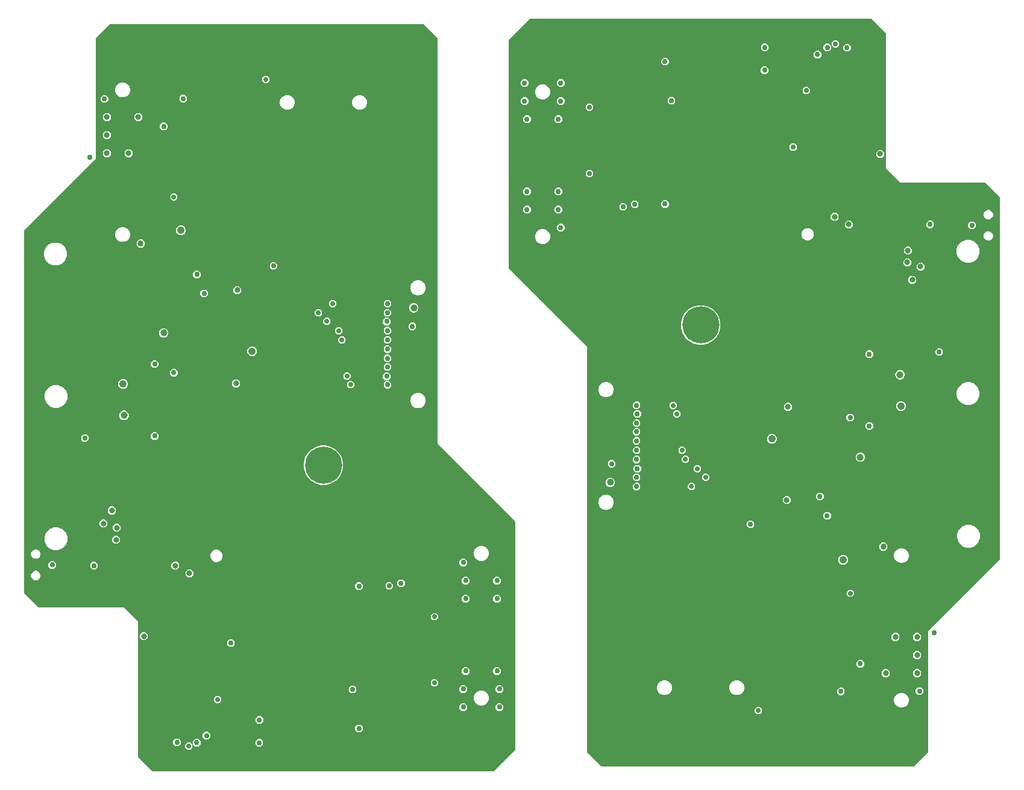
<source format=gbr>
G04 EAGLE Gerber RS-274X export*
G75*
%MOMM*%
%FSLAX34Y34*%
%LPD*%
%INLayer3*%
%IPPOS*%
%AMOC8*
5,1,8,0,0,1.08239X$1,22.5*%
G01*
%ADD10C,0.756400*%
%ADD11C,0.706400*%
%ADD12C,0.806400*%
%ADD13C,1.006400*%
%ADD14C,0.406400*%
%ADD15C,0.508000*%
%ADD16C,0.254000*%
%ADD17C,0.856400*%
%ADD18C,1.056400*%
%ADD19C,5.216000*%

G36*
X1440002Y186997D02*
X1440002Y186997D01*
X1440003Y186997D01*
X1460003Y206997D01*
X1460003Y206999D01*
X1460004Y207000D01*
X1460004Y376998D01*
X1560003Y476997D01*
X1560003Y476999D01*
X1560004Y477000D01*
X1560004Y987000D01*
X1560003Y987002D01*
X1560003Y987003D01*
X1540003Y1007003D01*
X1540001Y1007003D01*
X1540001Y1007004D01*
X1540000Y1007004D01*
X1420002Y1007004D01*
X1400004Y1027002D01*
X1400004Y1217000D01*
X1400003Y1217002D01*
X1400003Y1217003D01*
X1380003Y1237003D01*
X1380001Y1237003D01*
X1380000Y1237004D01*
X900000Y1237004D01*
X899998Y1237003D01*
X899997Y1237003D01*
X869997Y1207003D01*
X869997Y1207002D01*
X869996Y1207001D01*
X869996Y1207000D01*
X869996Y887000D01*
X869997Y886998D01*
X869997Y886997D01*
X979996Y776998D01*
X979996Y207000D01*
X979997Y206998D01*
X979997Y206997D01*
X999997Y186997D01*
X999999Y186997D01*
X1000000Y186996D01*
X1440000Y186996D01*
X1440002Y186997D01*
G37*
G36*
X850002Y179997D02*
X850002Y179997D01*
X850003Y179997D01*
X880003Y209997D01*
X880003Y209999D01*
X880004Y210000D01*
X880004Y530000D01*
X880003Y530002D01*
X880003Y530003D01*
X770004Y640002D01*
X770004Y1210000D01*
X770003Y1210002D01*
X770003Y1210003D01*
X750003Y1230003D01*
X750001Y1230003D01*
X750000Y1230004D01*
X310000Y1230004D01*
X309998Y1230003D01*
X309997Y1230003D01*
X289997Y1210003D01*
X289997Y1210002D01*
X289996Y1210001D01*
X289996Y1210000D01*
X289996Y1040002D01*
X189997Y940003D01*
X189997Y940001D01*
X189996Y940000D01*
X189996Y430000D01*
X189997Y429998D01*
X189997Y429997D01*
X209997Y409997D01*
X209999Y409997D01*
X210000Y409996D01*
X329998Y409996D01*
X349996Y389998D01*
X349996Y200000D01*
X349997Y199998D01*
X349997Y199997D01*
X369997Y179997D01*
X369999Y179997D01*
X370000Y179996D01*
X850000Y179996D01*
X850002Y179997D01*
G37*
%LPC*%
G36*
X606366Y582395D02*
X606366Y582395D01*
X599345Y584276D01*
X593050Y587911D01*
X587911Y593050D01*
X584276Y599345D01*
X582395Y606366D01*
X582395Y613634D01*
X584276Y620655D01*
X587911Y626950D01*
X593050Y632089D01*
X599345Y635724D01*
X606366Y637605D01*
X613634Y637605D01*
X620655Y635724D01*
X626950Y632089D01*
X632089Y626950D01*
X635724Y620655D01*
X637605Y613634D01*
X637605Y606366D01*
X635724Y599345D01*
X632089Y593050D01*
X626950Y587911D01*
X620655Y584276D01*
X613634Y582395D01*
X606366Y582395D01*
G37*
%LPD*%
%LPC*%
G36*
X1136366Y779395D02*
X1136366Y779395D01*
X1129345Y781276D01*
X1123050Y784911D01*
X1117911Y790050D01*
X1114276Y796345D01*
X1112395Y803366D01*
X1112395Y810634D01*
X1114276Y817655D01*
X1117911Y823950D01*
X1123050Y829089D01*
X1129345Y832724D01*
X1136366Y834605D01*
X1143634Y834605D01*
X1150655Y832724D01*
X1156950Y829089D01*
X1162089Y823950D01*
X1165724Y817655D01*
X1167605Y810634D01*
X1167605Y803366D01*
X1165724Y796345D01*
X1162089Y790050D01*
X1156950Y784911D01*
X1150655Y781276D01*
X1143634Y779395D01*
X1136366Y779395D01*
G37*
%LPD*%
%LPC*%
G36*
X1512573Y694299D02*
X1512573Y694299D01*
X1506678Y696741D01*
X1502165Y701254D01*
X1499723Y707149D01*
X1499723Y713531D01*
X1502165Y719426D01*
X1506678Y723939D01*
X1512573Y726381D01*
X1518955Y726381D01*
X1524850Y723939D01*
X1529363Y719426D01*
X1531805Y713531D01*
X1531805Y707149D01*
X1529363Y701254D01*
X1524850Y696741D01*
X1518955Y694299D01*
X1512573Y694299D01*
G37*
%LPD*%
%LPC*%
G36*
X231045Y490659D02*
X231045Y490659D01*
X225150Y493101D01*
X220637Y497614D01*
X218195Y503509D01*
X218195Y509891D01*
X220637Y515786D01*
X225150Y520299D01*
X231045Y522741D01*
X237427Y522741D01*
X243322Y520299D01*
X247835Y515786D01*
X250277Y509891D01*
X250277Y503509D01*
X247835Y497614D01*
X243322Y493101D01*
X237427Y490659D01*
X231045Y490659D01*
G37*
%LPD*%
%LPC*%
G36*
X1513073Y494259D02*
X1513073Y494259D01*
X1507178Y496701D01*
X1502665Y501214D01*
X1500223Y507109D01*
X1500223Y513491D01*
X1502665Y519386D01*
X1507178Y523899D01*
X1513073Y526341D01*
X1519455Y526341D01*
X1525350Y523899D01*
X1529863Y519386D01*
X1532305Y513491D01*
X1532305Y507109D01*
X1529863Y501214D01*
X1525350Y496701D01*
X1519455Y494259D01*
X1513073Y494259D01*
G37*
%LPD*%
%LPC*%
G36*
X1512573Y894259D02*
X1512573Y894259D01*
X1506678Y896701D01*
X1502165Y901214D01*
X1499723Y907109D01*
X1499723Y913491D01*
X1502165Y919386D01*
X1506678Y923899D01*
X1512573Y926341D01*
X1518955Y926341D01*
X1524850Y923899D01*
X1529363Y919386D01*
X1531805Y913491D01*
X1531805Y907109D01*
X1529363Y901214D01*
X1524850Y896701D01*
X1518955Y894259D01*
X1512573Y894259D01*
G37*
%LPD*%
%LPC*%
G36*
X230545Y890659D02*
X230545Y890659D01*
X224650Y893101D01*
X220137Y897614D01*
X217695Y903509D01*
X217695Y909891D01*
X220137Y915786D01*
X224650Y920299D01*
X230545Y922741D01*
X236927Y922741D01*
X242822Y920299D01*
X247335Y915786D01*
X249777Y909891D01*
X249777Y903509D01*
X247335Y897614D01*
X242822Y893101D01*
X236927Y890659D01*
X230545Y890659D01*
G37*
%LPD*%
%LPC*%
G36*
X231045Y690619D02*
X231045Y690619D01*
X225150Y693061D01*
X220637Y697574D01*
X218195Y703469D01*
X218195Y709851D01*
X220637Y715746D01*
X225150Y720259D01*
X231045Y722701D01*
X237427Y722701D01*
X243322Y720259D01*
X247835Y715746D01*
X250277Y709851D01*
X250277Y703469D01*
X247835Y697574D01*
X243322Y693061D01*
X237427Y690619D01*
X231045Y690619D01*
G37*
%LPD*%
%LPC*%
G36*
X740854Y848459D02*
X740854Y848459D01*
X736888Y850102D01*
X733852Y853138D01*
X732209Y857104D01*
X732209Y861396D01*
X733852Y865362D01*
X736888Y868398D01*
X740854Y870041D01*
X745146Y870041D01*
X749112Y868398D01*
X752148Y865362D01*
X753791Y861396D01*
X753791Y857104D01*
X752148Y853138D01*
X749112Y850102D01*
X745146Y848459D01*
X740854Y848459D01*
G37*
%LPD*%
%LPC*%
G36*
X740854Y689959D02*
X740854Y689959D01*
X736888Y691602D01*
X733852Y694638D01*
X732209Y698604D01*
X732209Y702896D01*
X733852Y706862D01*
X736888Y709898D01*
X740854Y711541D01*
X745146Y711541D01*
X749112Y709898D01*
X752148Y706862D01*
X753791Y702896D01*
X753791Y698604D01*
X752148Y694638D01*
X749112Y691602D01*
X745146Y689959D01*
X740854Y689959D01*
G37*
%LPD*%
%LPC*%
G36*
X1004854Y546959D02*
X1004854Y546959D01*
X1000888Y548602D01*
X997852Y551638D01*
X996209Y555604D01*
X996209Y559896D01*
X997852Y563862D01*
X1000888Y566898D01*
X1004854Y568541D01*
X1009146Y568541D01*
X1013112Y566898D01*
X1016148Y563862D01*
X1017791Y559896D01*
X1017791Y555604D01*
X1016148Y551638D01*
X1013112Y548602D01*
X1009146Y546959D01*
X1004854Y546959D01*
G37*
%LPD*%
%LPC*%
G36*
X1004854Y705459D02*
X1004854Y705459D01*
X1000888Y707102D01*
X997852Y710138D01*
X996209Y714104D01*
X996209Y718396D01*
X997852Y722362D01*
X1000888Y725398D01*
X1004854Y727041D01*
X1009146Y727041D01*
X1013112Y725398D01*
X1016148Y722362D01*
X1017791Y718396D01*
X1017791Y714104D01*
X1016148Y710138D01*
X1013112Y707102D01*
X1009146Y705459D01*
X1004854Y705459D01*
G37*
%LPD*%
%LPC*%
G36*
X915923Y1123859D02*
X915923Y1123859D01*
X912086Y1125449D01*
X909149Y1128386D01*
X907559Y1132223D01*
X907559Y1136377D01*
X909149Y1140214D01*
X912086Y1143151D01*
X915923Y1144741D01*
X920077Y1144741D01*
X923914Y1143151D01*
X926851Y1140214D01*
X928441Y1136377D01*
X928441Y1132223D01*
X926851Y1128386D01*
X923914Y1125449D01*
X920077Y1123859D01*
X915923Y1123859D01*
G37*
%LPD*%
%LPC*%
G36*
X1188723Y286969D02*
X1188723Y286969D01*
X1184886Y288559D01*
X1181949Y291496D01*
X1180359Y295333D01*
X1180359Y299487D01*
X1181949Y303324D01*
X1184886Y306261D01*
X1188723Y307851D01*
X1192877Y307851D01*
X1196714Y306261D01*
X1199651Y303324D01*
X1201241Y299487D01*
X1201241Y295333D01*
X1199651Y291496D01*
X1196714Y288559D01*
X1192877Y286969D01*
X1188723Y286969D01*
G37*
%LPD*%
%LPC*%
G36*
X557123Y1109149D02*
X557123Y1109149D01*
X553286Y1110739D01*
X550349Y1113676D01*
X548759Y1117513D01*
X548759Y1121667D01*
X550349Y1125504D01*
X553286Y1128441D01*
X557123Y1130031D01*
X561277Y1130031D01*
X565114Y1128441D01*
X568051Y1125504D01*
X569641Y1121667D01*
X569641Y1117513D01*
X568051Y1113676D01*
X565114Y1110739D01*
X561277Y1109149D01*
X557123Y1109149D01*
G37*
%LPD*%
%LPC*%
G36*
X658723Y1109149D02*
X658723Y1109149D01*
X654886Y1110739D01*
X651949Y1113676D01*
X650359Y1117513D01*
X650359Y1121667D01*
X651949Y1125504D01*
X654886Y1128441D01*
X658723Y1130031D01*
X662877Y1130031D01*
X666714Y1128441D01*
X669651Y1125504D01*
X671241Y1121667D01*
X671241Y1117513D01*
X669651Y1113676D01*
X666714Y1110739D01*
X662877Y1109149D01*
X658723Y1109149D01*
G37*
%LPD*%
%LPC*%
G36*
X829923Y272259D02*
X829923Y272259D01*
X826086Y273849D01*
X823149Y276786D01*
X821559Y280623D01*
X821559Y284777D01*
X823149Y288614D01*
X826086Y291551D01*
X829923Y293141D01*
X834077Y293141D01*
X837914Y291551D01*
X840851Y288614D01*
X842441Y284777D01*
X842441Y280623D01*
X840851Y276786D01*
X837914Y273849D01*
X834077Y272259D01*
X829923Y272259D01*
G37*
%LPD*%
%LPC*%
G36*
X1419923Y269259D02*
X1419923Y269259D01*
X1416086Y270849D01*
X1413149Y273786D01*
X1411559Y277623D01*
X1411559Y281777D01*
X1413149Y285614D01*
X1416086Y288551D01*
X1419923Y290141D01*
X1424077Y290141D01*
X1427914Y288551D01*
X1430851Y285614D01*
X1432441Y281777D01*
X1432441Y277623D01*
X1430851Y273786D01*
X1427914Y270849D01*
X1424077Y269259D01*
X1419923Y269259D01*
G37*
%LPD*%
%LPC*%
G36*
X325923Y1126859D02*
X325923Y1126859D01*
X322086Y1128449D01*
X319149Y1131386D01*
X317559Y1135223D01*
X317559Y1139377D01*
X319149Y1143214D01*
X322086Y1146151D01*
X325923Y1147741D01*
X330077Y1147741D01*
X333914Y1146151D01*
X336851Y1143214D01*
X338441Y1139377D01*
X338441Y1135223D01*
X336851Y1131386D01*
X333914Y1128449D01*
X330077Y1126859D01*
X325923Y1126859D01*
G37*
%LPD*%
%LPC*%
G36*
X1087123Y286969D02*
X1087123Y286969D01*
X1083286Y288559D01*
X1080349Y291496D01*
X1078759Y295333D01*
X1078759Y299487D01*
X1080349Y303324D01*
X1083286Y306261D01*
X1087123Y307851D01*
X1091277Y307851D01*
X1095114Y306261D01*
X1098051Y303324D01*
X1099641Y299487D01*
X1099641Y295333D01*
X1098051Y291496D01*
X1095114Y288559D01*
X1091277Y286969D01*
X1087123Y286969D01*
G37*
%LPD*%
%LPC*%
G36*
X829923Y475459D02*
X829923Y475459D01*
X826086Y477049D01*
X823149Y479986D01*
X821559Y483823D01*
X821559Y487977D01*
X823149Y491814D01*
X826086Y494751D01*
X829923Y496341D01*
X834077Y496341D01*
X837914Y494751D01*
X840851Y491814D01*
X842441Y487977D01*
X842441Y483823D01*
X840851Y479986D01*
X837914Y477049D01*
X834077Y475459D01*
X829923Y475459D01*
G37*
%LPD*%
%LPC*%
G36*
X915923Y920659D02*
X915923Y920659D01*
X912086Y922249D01*
X909149Y925186D01*
X907559Y929023D01*
X907559Y933177D01*
X909149Y937014D01*
X912086Y939951D01*
X915923Y941541D01*
X920077Y941541D01*
X923914Y939951D01*
X926851Y937014D01*
X928441Y933177D01*
X928441Y929023D01*
X926851Y925186D01*
X923914Y922249D01*
X920077Y920659D01*
X915923Y920659D01*
G37*
%LPD*%
%LPC*%
G36*
X1419923Y472459D02*
X1419923Y472459D01*
X1416086Y474049D01*
X1413149Y476986D01*
X1411559Y480823D01*
X1411559Y484977D01*
X1413149Y488814D01*
X1416086Y491751D01*
X1419923Y493341D01*
X1424077Y493341D01*
X1427914Y491751D01*
X1430851Y488814D01*
X1432441Y484977D01*
X1432441Y480823D01*
X1430851Y476986D01*
X1427914Y474049D01*
X1424077Y472459D01*
X1419923Y472459D01*
G37*
%LPD*%
%LPC*%
G36*
X325923Y923659D02*
X325923Y923659D01*
X322086Y925249D01*
X319149Y928186D01*
X317559Y932023D01*
X317559Y936177D01*
X319149Y940014D01*
X322086Y942951D01*
X325923Y944541D01*
X330077Y944541D01*
X333914Y942951D01*
X336851Y940014D01*
X338441Y936177D01*
X338441Y932023D01*
X336851Y928186D01*
X333914Y925249D01*
X330077Y923659D01*
X325923Y923659D01*
G37*
%LPD*%
%LPC*%
G36*
X458041Y473971D02*
X458041Y473971D01*
X454902Y475272D01*
X452500Y477674D01*
X451199Y480813D01*
X451199Y484211D01*
X452500Y487350D01*
X454902Y489752D01*
X458041Y491053D01*
X461439Y491053D01*
X464578Y489752D01*
X466980Y487350D01*
X468281Y484211D01*
X468281Y480813D01*
X466980Y477674D01*
X464578Y475272D01*
X461439Y473971D01*
X458041Y473971D01*
G37*
%LPD*%
%LPC*%
G36*
X1288561Y925947D02*
X1288561Y925947D01*
X1285422Y927248D01*
X1283020Y929650D01*
X1281719Y932789D01*
X1281719Y936187D01*
X1283020Y939326D01*
X1285422Y941728D01*
X1288561Y943029D01*
X1291959Y943029D01*
X1295098Y941728D01*
X1297500Y939326D01*
X1298801Y936187D01*
X1298801Y932789D01*
X1297500Y929650D01*
X1295098Y927248D01*
X1291959Y925947D01*
X1288561Y925947D01*
G37*
%LPD*%
%LPC*%
G36*
X408646Y933193D02*
X408646Y933193D01*
X406144Y934230D01*
X404230Y936144D01*
X403193Y938646D01*
X403193Y941354D01*
X404230Y943856D01*
X406144Y945770D01*
X408646Y946807D01*
X411354Y946807D01*
X413856Y945770D01*
X415770Y943856D01*
X416807Y941354D01*
X416807Y938646D01*
X415770Y936144D01*
X413856Y934230D01*
X411354Y933193D01*
X408646Y933193D01*
G37*
%LPD*%
%LPC*%
G36*
X1338646Y470193D02*
X1338646Y470193D01*
X1336144Y471230D01*
X1334230Y473144D01*
X1333193Y475646D01*
X1333193Y478354D01*
X1334230Y480856D01*
X1336144Y482770D01*
X1338646Y483807D01*
X1341354Y483807D01*
X1343856Y482770D01*
X1345770Y480856D01*
X1346807Y478354D01*
X1346807Y475646D01*
X1345770Y473144D01*
X1343856Y471230D01*
X1341354Y470193D01*
X1338646Y470193D01*
G37*
%LPD*%
%LPC*%
G36*
X1238646Y640193D02*
X1238646Y640193D01*
X1236144Y641230D01*
X1234230Y643144D01*
X1233193Y645646D01*
X1233193Y648354D01*
X1234230Y650856D01*
X1236144Y652770D01*
X1238646Y653807D01*
X1241354Y653807D01*
X1243856Y652770D01*
X1245770Y650856D01*
X1246807Y648354D01*
X1246807Y645646D01*
X1245770Y643144D01*
X1243856Y641230D01*
X1241354Y640193D01*
X1238646Y640193D01*
G37*
%LPD*%
%LPC*%
G36*
X508646Y763193D02*
X508646Y763193D01*
X506144Y764230D01*
X504230Y766144D01*
X503193Y768646D01*
X503193Y771354D01*
X504230Y773856D01*
X506144Y775770D01*
X508646Y776807D01*
X511354Y776807D01*
X513856Y775770D01*
X515770Y773856D01*
X516807Y771354D01*
X516807Y768646D01*
X515770Y766144D01*
X513856Y764230D01*
X511354Y763193D01*
X508646Y763193D01*
G37*
%LPD*%
%LPC*%
G36*
X1420026Y686193D02*
X1420026Y686193D01*
X1417524Y687230D01*
X1415610Y689144D01*
X1414573Y691646D01*
X1414573Y694354D01*
X1415610Y696856D01*
X1417524Y698770D01*
X1420026Y699807D01*
X1422734Y699807D01*
X1425236Y698770D01*
X1427150Y696856D01*
X1428187Y694354D01*
X1428187Y691646D01*
X1427150Y689144D01*
X1425236Y687230D01*
X1422734Y686193D01*
X1420026Y686193D01*
G37*
%LPD*%
%LPC*%
G36*
X327266Y717193D02*
X327266Y717193D01*
X324764Y718230D01*
X322850Y720144D01*
X321813Y722646D01*
X321813Y725354D01*
X322850Y727856D01*
X324764Y729770D01*
X327266Y730807D01*
X329974Y730807D01*
X332476Y729770D01*
X334390Y727856D01*
X335427Y725354D01*
X335427Y722646D01*
X334390Y720144D01*
X332476Y718230D01*
X329974Y717193D01*
X327266Y717193D01*
G37*
%LPD*%
%LPC*%
G36*
X384500Y789247D02*
X384500Y789247D01*
X382090Y790245D01*
X380245Y792090D01*
X379247Y794500D01*
X379247Y797108D01*
X380245Y799518D01*
X382090Y801363D01*
X384500Y802361D01*
X387108Y802361D01*
X389518Y801363D01*
X391363Y799518D01*
X392361Y797108D01*
X392361Y794500D01*
X391363Y792090D01*
X389518Y790245D01*
X387108Y789247D01*
X384500Y789247D01*
G37*
%LPD*%
%LPC*%
G36*
X1418696Y730443D02*
X1418696Y730443D01*
X1416286Y731441D01*
X1414441Y733286D01*
X1413443Y735696D01*
X1413443Y738304D01*
X1414441Y740714D01*
X1416286Y742559D01*
X1418696Y743557D01*
X1421304Y743557D01*
X1423714Y742559D01*
X1425559Y740714D01*
X1426557Y738304D01*
X1426557Y735696D01*
X1425559Y733286D01*
X1423714Y731441D01*
X1421304Y730443D01*
X1418696Y730443D01*
G37*
%LPD*%
%LPC*%
G36*
X735696Y824443D02*
X735696Y824443D01*
X733286Y825441D01*
X731441Y827286D01*
X730443Y829696D01*
X730443Y832304D01*
X731441Y834714D01*
X733286Y836559D01*
X735696Y837557D01*
X738304Y837557D01*
X740714Y836559D01*
X742559Y834714D01*
X743557Y832304D01*
X743557Y829696D01*
X742559Y827286D01*
X740714Y825441D01*
X738304Y824443D01*
X735696Y824443D01*
G37*
%LPD*%
%LPC*%
G36*
X328696Y673443D02*
X328696Y673443D01*
X326286Y674441D01*
X324441Y676286D01*
X323443Y678696D01*
X323443Y681304D01*
X324441Y683714D01*
X326286Y685559D01*
X328696Y686557D01*
X331304Y686557D01*
X333714Y685559D01*
X335559Y683714D01*
X336557Y681304D01*
X336557Y678696D01*
X335559Y676286D01*
X333714Y674441D01*
X331304Y673443D01*
X328696Y673443D01*
G37*
%LPD*%
%LPC*%
G36*
X1362892Y614639D02*
X1362892Y614639D01*
X1360482Y615637D01*
X1358637Y617482D01*
X1357639Y619892D01*
X1357639Y622500D01*
X1358637Y624910D01*
X1360482Y626755D01*
X1362892Y627753D01*
X1365500Y627753D01*
X1367910Y626755D01*
X1369755Y624910D01*
X1370753Y622500D01*
X1370753Y619892D01*
X1369755Y617482D01*
X1367910Y615637D01*
X1365500Y614639D01*
X1362892Y614639D01*
G37*
%LPD*%
%LPC*%
G36*
X1011696Y579443D02*
X1011696Y579443D01*
X1009286Y580441D01*
X1007441Y582286D01*
X1006443Y584696D01*
X1006443Y587304D01*
X1007441Y589714D01*
X1009286Y591559D01*
X1011696Y592557D01*
X1014304Y592557D01*
X1016714Y591559D01*
X1018559Y589714D01*
X1019557Y587304D01*
X1019557Y584696D01*
X1018559Y582286D01*
X1016714Y580441D01*
X1014304Y579443D01*
X1011696Y579443D01*
G37*
%LPD*%
%LPC*%
G36*
X1542875Y925523D02*
X1542875Y925523D01*
X1540471Y926519D01*
X1538631Y928359D01*
X1537635Y930763D01*
X1537635Y933365D01*
X1538631Y935769D01*
X1540471Y937609D01*
X1542875Y938605D01*
X1545477Y938605D01*
X1547881Y937609D01*
X1549721Y935769D01*
X1550717Y933365D01*
X1550717Y930763D01*
X1549721Y928359D01*
X1547881Y926519D01*
X1545477Y925523D01*
X1542875Y925523D01*
G37*
%LPD*%
%LPC*%
G36*
X1542875Y955523D02*
X1542875Y955523D01*
X1540471Y956519D01*
X1538631Y958359D01*
X1537635Y960763D01*
X1537635Y963365D01*
X1538631Y965769D01*
X1540471Y967609D01*
X1542875Y968605D01*
X1545477Y968605D01*
X1547881Y967609D01*
X1549721Y965769D01*
X1550717Y963365D01*
X1550717Y960763D01*
X1549721Y958359D01*
X1547881Y956519D01*
X1545477Y955523D01*
X1542875Y955523D01*
G37*
%LPD*%
%LPC*%
G36*
X204523Y478395D02*
X204523Y478395D01*
X202119Y479391D01*
X200279Y481231D01*
X199283Y483635D01*
X199283Y486237D01*
X200279Y488641D01*
X202119Y490481D01*
X204523Y491477D01*
X207125Y491477D01*
X209529Y490481D01*
X211369Y488641D01*
X212365Y486237D01*
X212365Y483635D01*
X211369Y481231D01*
X209529Y479391D01*
X207125Y478395D01*
X204523Y478395D01*
G37*
%LPD*%
%LPC*%
G36*
X204523Y448395D02*
X204523Y448395D01*
X202119Y449391D01*
X200279Y451231D01*
X199283Y453635D01*
X199283Y456237D01*
X200279Y458641D01*
X202119Y460481D01*
X204523Y461477D01*
X207125Y461477D01*
X209529Y460481D01*
X211369Y458641D01*
X212365Y456237D01*
X212365Y453635D01*
X211369Y451231D01*
X209529Y449391D01*
X207125Y448395D01*
X204523Y448395D01*
G37*
%LPD*%
%LPC*%
G36*
X1394195Y489793D02*
X1394195Y489793D01*
X1390793Y493195D01*
X1390793Y498005D01*
X1394195Y501407D01*
X1399005Y501407D01*
X1402407Y498005D01*
X1402407Y493195D01*
X1399005Y489793D01*
X1394195Y489793D01*
G37*
%LPD*%
%LPC*%
G36*
X350995Y915593D02*
X350995Y915593D01*
X347593Y918995D01*
X347593Y923805D01*
X350995Y927207D01*
X355805Y927207D01*
X359207Y923805D01*
X359207Y918995D01*
X355805Y915593D01*
X350995Y915593D01*
G37*
%LPD*%
%LPC*%
G36*
X333982Y1042843D02*
X333982Y1042843D01*
X330727Y1046098D01*
X330727Y1050702D01*
X333982Y1053957D01*
X338586Y1053957D01*
X341841Y1050702D01*
X341841Y1046098D01*
X338586Y1042843D01*
X333982Y1042843D01*
G37*
%LPD*%
%LPC*%
G36*
X1345730Y942699D02*
X1345730Y942699D01*
X1342475Y945954D01*
X1342475Y950558D01*
X1345730Y953813D01*
X1350334Y953813D01*
X1353589Y950558D01*
X1353589Y945954D01*
X1350334Y942699D01*
X1345730Y942699D01*
G37*
%LPD*%
%LPC*%
G36*
X303698Y1068243D02*
X303698Y1068243D01*
X300443Y1071498D01*
X300443Y1076102D01*
X303698Y1079357D01*
X308302Y1079357D01*
X311557Y1076102D01*
X311557Y1071498D01*
X308302Y1068243D01*
X303698Y1068243D01*
G37*
%LPD*%
%LPC*%
G36*
X1325918Y953367D02*
X1325918Y953367D01*
X1322663Y956622D01*
X1322663Y961226D01*
X1325918Y964481D01*
X1330522Y964481D01*
X1333777Y961226D01*
X1333777Y956622D01*
X1330522Y953367D01*
X1325918Y953367D01*
G37*
%LPD*%
%LPC*%
G36*
X347698Y1093643D02*
X347698Y1093643D01*
X344443Y1096898D01*
X344443Y1101502D01*
X347698Y1104757D01*
X352302Y1104757D01*
X355557Y1101502D01*
X355557Y1096898D01*
X352302Y1093643D01*
X347698Y1093643D01*
G37*
%LPD*%
%LPC*%
G36*
X303698Y1093643D02*
X303698Y1093643D01*
X300443Y1096898D01*
X300443Y1101502D01*
X303698Y1104757D01*
X308302Y1104757D01*
X311557Y1101502D01*
X311557Y1096898D01*
X308302Y1093643D01*
X303698Y1093643D01*
G37*
%LPD*%
%LPC*%
G36*
X1258698Y555443D02*
X1258698Y555443D01*
X1255443Y558698D01*
X1255443Y563302D01*
X1258698Y566557D01*
X1263302Y566557D01*
X1266557Y563302D01*
X1266557Y558698D01*
X1263302Y555443D01*
X1258698Y555443D01*
G37*
%LPD*%
%LPC*%
G36*
X310524Y540911D02*
X310524Y540911D01*
X307269Y544166D01*
X307269Y548770D01*
X310524Y552025D01*
X315128Y552025D01*
X318383Y548770D01*
X318383Y544166D01*
X315128Y540911D01*
X310524Y540911D01*
G37*
%LPD*%
%LPC*%
G36*
X399666Y463187D02*
X399666Y463187D01*
X396411Y466442D01*
X396411Y471046D01*
X399666Y474301D01*
X404270Y474301D01*
X407525Y471046D01*
X407525Y466442D01*
X404270Y463187D01*
X399666Y463187D01*
G37*
%LPD*%
%LPC*%
G36*
X419478Y452519D02*
X419478Y452519D01*
X416223Y455774D01*
X416223Y460378D01*
X419478Y463633D01*
X424082Y463633D01*
X427337Y460378D01*
X427337Y455774D01*
X424082Y452519D01*
X419478Y452519D01*
G37*
%LPD*%
%LPC*%
G36*
X1428756Y906123D02*
X1428756Y906123D01*
X1425501Y909378D01*
X1425501Y913982D01*
X1428756Y917237D01*
X1433359Y917237D01*
X1436614Y913982D01*
X1436614Y909378D01*
X1433359Y906123D01*
X1428756Y906123D01*
G37*
%LPD*%
%LPC*%
G36*
X1428026Y889359D02*
X1428026Y889359D01*
X1424771Y892614D01*
X1424771Y897218D01*
X1428026Y900473D01*
X1432630Y900473D01*
X1435885Y897218D01*
X1435885Y892614D01*
X1432630Y889359D01*
X1428026Y889359D01*
G37*
%LPD*%
%LPC*%
G36*
X317370Y516527D02*
X317370Y516527D01*
X314115Y519782D01*
X314115Y524386D01*
X317370Y527641D01*
X321974Y527641D01*
X325229Y524386D01*
X325229Y519782D01*
X321974Y516527D01*
X317370Y516527D01*
G37*
%LPD*%
%LPC*%
G36*
X1446698Y883443D02*
X1446698Y883443D01*
X1443443Y886698D01*
X1443443Y891302D01*
X1446698Y894557D01*
X1451302Y894557D01*
X1454557Y891302D01*
X1454557Y886698D01*
X1451302Y883443D01*
X1446698Y883443D01*
G37*
%LPD*%
%LPC*%
G36*
X303698Y1042843D02*
X303698Y1042843D01*
X300443Y1046098D01*
X300443Y1050702D01*
X303698Y1053957D01*
X308302Y1053957D01*
X311557Y1050702D01*
X311557Y1046098D01*
X308302Y1042843D01*
X303698Y1042843D01*
G37*
%LPD*%
%LPC*%
G36*
X1434872Y864975D02*
X1434872Y864975D01*
X1431617Y868230D01*
X1431617Y872834D01*
X1434872Y876089D01*
X1439476Y876089D01*
X1442731Y872834D01*
X1442731Y868230D01*
X1439476Y864975D01*
X1434872Y864975D01*
G37*
%LPD*%
%LPC*%
G36*
X355470Y364127D02*
X355470Y364127D01*
X352215Y367382D01*
X352215Y371986D01*
X355470Y375241D01*
X360074Y375241D01*
X363329Y371986D01*
X363329Y367382D01*
X360074Y364127D01*
X355470Y364127D01*
G37*
%LPD*%
%LPC*%
G36*
X486698Y850443D02*
X486698Y850443D01*
X483443Y853698D01*
X483443Y858302D01*
X486698Y861557D01*
X491302Y861557D01*
X494557Y858302D01*
X494557Y853698D01*
X491302Y850443D01*
X486698Y850443D01*
G37*
%LPD*%
%LPC*%
G36*
X1260386Y686443D02*
X1260386Y686443D01*
X1257131Y689698D01*
X1257131Y694302D01*
X1260386Y697557D01*
X1264990Y697557D01*
X1268245Y694302D01*
X1268245Y689698D01*
X1264990Y686443D01*
X1260386Y686443D01*
G37*
%LPD*%
%LPC*%
G36*
X1411414Y363043D02*
X1411414Y363043D01*
X1408159Y366298D01*
X1408159Y370902D01*
X1411414Y374157D01*
X1416018Y374157D01*
X1419273Y370902D01*
X1419273Y366298D01*
X1416018Y363043D01*
X1411414Y363043D01*
G37*
%LPD*%
%LPC*%
G36*
X1441698Y363043D02*
X1441698Y363043D01*
X1438443Y366298D01*
X1438443Y370902D01*
X1441698Y374157D01*
X1446302Y374157D01*
X1449557Y370902D01*
X1449557Y366298D01*
X1446302Y363043D01*
X1441698Y363043D01*
G37*
%LPD*%
%LPC*%
G36*
X1389926Y1041759D02*
X1389926Y1041759D01*
X1386671Y1045014D01*
X1386671Y1049618D01*
X1389926Y1052873D01*
X1394530Y1052873D01*
X1397785Y1049618D01*
X1397785Y1045014D01*
X1394530Y1041759D01*
X1389926Y1041759D01*
G37*
%LPD*%
%LPC*%
G36*
X1441698Y337643D02*
X1441698Y337643D01*
X1438443Y340898D01*
X1438443Y345502D01*
X1441698Y348757D01*
X1446302Y348757D01*
X1449557Y345502D01*
X1449557Y340898D01*
X1446302Y337643D01*
X1441698Y337643D01*
G37*
%LPD*%
%LPC*%
G36*
X485010Y719443D02*
X485010Y719443D01*
X481755Y722698D01*
X481755Y727302D01*
X485010Y730557D01*
X489614Y730557D01*
X492869Y727302D01*
X492869Y722698D01*
X489614Y719443D01*
X485010Y719443D01*
G37*
%LPD*%
%LPC*%
G36*
X1441698Y312243D02*
X1441698Y312243D01*
X1438443Y315498D01*
X1438443Y320102D01*
X1441698Y323357D01*
X1446302Y323357D01*
X1449557Y320102D01*
X1449557Y315498D01*
X1446302Y312243D01*
X1441698Y312243D01*
G37*
%LPD*%
%LPC*%
G36*
X316641Y499763D02*
X316641Y499763D01*
X313386Y503018D01*
X313386Y507622D01*
X316641Y510877D01*
X321244Y510877D01*
X324499Y507622D01*
X324499Y503018D01*
X321244Y499763D01*
X316641Y499763D01*
G37*
%LPD*%
%LPC*%
G36*
X1397698Y312243D02*
X1397698Y312243D01*
X1394443Y315498D01*
X1394443Y320102D01*
X1397698Y323357D01*
X1402302Y323357D01*
X1405557Y320102D01*
X1405557Y315498D01*
X1402302Y312243D01*
X1397698Y312243D01*
G37*
%LPD*%
%LPC*%
G36*
X298698Y522443D02*
X298698Y522443D01*
X295443Y525698D01*
X295443Y530302D01*
X298698Y533557D01*
X303302Y533557D01*
X306557Y530302D01*
X306557Y525698D01*
X303302Y522443D01*
X298698Y522443D01*
G37*
%LPD*%
%LPC*%
G36*
X697802Y793693D02*
X697802Y793693D01*
X694693Y796802D01*
X694693Y801198D01*
X697802Y804307D01*
X702198Y804307D01*
X705307Y801198D01*
X705307Y796802D01*
X702198Y793693D01*
X697802Y793693D01*
G37*
%LPD*%
%LPC*%
G36*
X1028802Y967693D02*
X1028802Y967693D01*
X1025693Y970802D01*
X1025693Y975198D01*
X1028802Y978307D01*
X1033198Y978307D01*
X1036307Y975198D01*
X1036307Y970802D01*
X1033198Y967693D01*
X1028802Y967693D01*
G37*
%LPD*%
%LPC*%
G36*
X732802Y799693D02*
X732802Y799693D01*
X729693Y802802D01*
X729693Y807198D01*
X732802Y810307D01*
X737198Y810307D01*
X740307Y807198D01*
X740307Y802802D01*
X737198Y799693D01*
X732802Y799693D01*
G37*
%LPD*%
%LPC*%
G36*
X697802Y780693D02*
X697802Y780693D01*
X694693Y783802D01*
X694693Y788198D01*
X697802Y791307D01*
X702198Y791307D01*
X705307Y788198D01*
X705307Y783802D01*
X702198Y780693D01*
X697802Y780693D01*
G37*
%LPD*%
%LPC*%
G36*
X517802Y214693D02*
X517802Y214693D01*
X514693Y217802D01*
X514693Y222198D01*
X517802Y225307D01*
X522198Y225307D01*
X525307Y222198D01*
X525307Y217802D01*
X522198Y214693D01*
X517802Y214693D01*
G37*
%LPD*%
%LPC*%
G36*
X697802Y767693D02*
X697802Y767693D01*
X694693Y770802D01*
X694693Y775198D01*
X697802Y778307D01*
X702198Y778307D01*
X705307Y775198D01*
X705307Y770802D01*
X702198Y767693D01*
X697802Y767693D01*
G37*
%LPD*%
%LPC*%
G36*
X429903Y214794D02*
X429903Y214794D01*
X426794Y217903D01*
X426794Y222299D01*
X429903Y225408D01*
X434299Y225408D01*
X437408Y222299D01*
X437408Y217903D01*
X434299Y214794D01*
X429903Y214794D01*
G37*
%LPD*%
%LPC*%
G36*
X1472802Y763693D02*
X1472802Y763693D01*
X1469693Y766802D01*
X1469693Y771198D01*
X1472802Y774307D01*
X1477198Y774307D01*
X1480307Y771198D01*
X1480307Y766802D01*
X1477198Y763693D01*
X1472802Y763693D01*
G37*
%LPD*%
%LPC*%
G36*
X1374802Y760693D02*
X1374802Y760693D01*
X1371693Y763802D01*
X1371693Y768198D01*
X1374802Y771307D01*
X1379198Y771307D01*
X1382307Y768198D01*
X1382307Y763802D01*
X1379198Y760693D01*
X1374802Y760693D01*
G37*
%LPD*%
%LPC*%
G36*
X697802Y754693D02*
X697802Y754693D01*
X694693Y757802D01*
X694693Y762198D01*
X697802Y765307D01*
X702198Y765307D01*
X705307Y762198D01*
X705307Y757802D01*
X702198Y754693D01*
X697802Y754693D01*
G37*
%LPD*%
%LPC*%
G36*
X370802Y746693D02*
X370802Y746693D01*
X367693Y749802D01*
X367693Y754198D01*
X370802Y757307D01*
X375198Y757307D01*
X378307Y754198D01*
X378307Y749802D01*
X375198Y746693D01*
X370802Y746693D01*
G37*
%LPD*%
%LPC*%
G36*
X697802Y742693D02*
X697802Y742693D01*
X694693Y745802D01*
X694693Y750198D01*
X697802Y753307D01*
X702198Y753307D01*
X705307Y750198D01*
X705307Y745802D01*
X702198Y742693D01*
X697802Y742693D01*
G37*
%LPD*%
%LPC*%
G36*
X397802Y734693D02*
X397802Y734693D01*
X394693Y737802D01*
X394693Y742198D01*
X397802Y745307D01*
X402198Y745307D01*
X405307Y742198D01*
X405307Y737802D01*
X402198Y734693D01*
X397802Y734693D01*
G37*
%LPD*%
%LPC*%
G36*
X696802Y806693D02*
X696802Y806693D01*
X693693Y809802D01*
X693693Y814198D01*
X696802Y817307D01*
X701198Y817307D01*
X704307Y814198D01*
X704307Y809802D01*
X701198Y806693D01*
X696802Y806693D01*
G37*
%LPD*%
%LPC*%
G36*
X696802Y729693D02*
X696802Y729693D01*
X693693Y732802D01*
X693693Y737198D01*
X696802Y740307D01*
X701198Y740307D01*
X704307Y737198D01*
X704307Y732802D01*
X701198Y729693D01*
X696802Y729693D01*
G37*
%LPD*%
%LPC*%
G36*
X402255Y215147D02*
X402255Y215147D01*
X399147Y218255D01*
X399147Y222651D01*
X402255Y225760D01*
X406651Y225760D01*
X409760Y222651D01*
X409760Y218255D01*
X406651Y215147D01*
X402255Y215147D01*
G37*
%LPD*%
%LPC*%
G36*
X443686Y224693D02*
X443686Y224693D01*
X440577Y227802D01*
X440577Y232198D01*
X443686Y235307D01*
X448082Y235307D01*
X451191Y232198D01*
X451191Y227802D01*
X448082Y224693D01*
X443686Y224693D01*
G37*
%LPD*%
%LPC*%
G36*
X697802Y818693D02*
X697802Y818693D01*
X694693Y821802D01*
X694693Y826198D01*
X697802Y829307D01*
X702198Y829307D01*
X705307Y826198D01*
X705307Y821802D01*
X702198Y818693D01*
X697802Y818693D01*
G37*
%LPD*%
%LPC*%
G36*
X697802Y717693D02*
X697802Y717693D01*
X694693Y720802D01*
X694693Y725198D01*
X697802Y728307D01*
X702198Y728307D01*
X705307Y725198D01*
X705307Y720802D01*
X702198Y717693D01*
X697802Y717693D01*
G37*
%LPD*%
%LPC*%
G36*
X657802Y234693D02*
X657802Y234693D01*
X654693Y237802D01*
X654693Y242198D01*
X657802Y245307D01*
X662198Y245307D01*
X665307Y242198D01*
X665307Y237802D01*
X662198Y234693D01*
X657802Y234693D01*
G37*
%LPD*%
%LPC*%
G36*
X1227802Y1191693D02*
X1227802Y1191693D01*
X1224693Y1194802D01*
X1224693Y1199198D01*
X1227802Y1202307D01*
X1232198Y1202307D01*
X1235307Y1199198D01*
X1235307Y1194802D01*
X1232198Y1191693D01*
X1227802Y1191693D01*
G37*
%LPD*%
%LPC*%
G36*
X1315701Y1191592D02*
X1315701Y1191592D01*
X1312592Y1194701D01*
X1312592Y1199097D01*
X1315701Y1202206D01*
X1320097Y1202206D01*
X1323206Y1199097D01*
X1323206Y1194701D01*
X1320097Y1191592D01*
X1315701Y1191592D01*
G37*
%LPD*%
%LPC*%
G36*
X517852Y246693D02*
X517852Y246693D01*
X514743Y249802D01*
X514743Y254198D01*
X517852Y257307D01*
X522248Y257307D01*
X525357Y254198D01*
X525357Y249802D01*
X522248Y246693D01*
X517852Y246693D01*
G37*
%LPD*%
%LPC*%
G36*
X1343349Y1191240D02*
X1343349Y1191240D01*
X1340240Y1194349D01*
X1340240Y1198745D01*
X1343349Y1201853D01*
X1347745Y1201853D01*
X1350853Y1198745D01*
X1350853Y1194349D01*
X1347745Y1191240D01*
X1343349Y1191240D01*
G37*
%LPD*%
%LPC*%
G36*
X697802Y831693D02*
X697802Y831693D01*
X694693Y834802D01*
X694693Y839198D01*
X697802Y842307D01*
X702198Y842307D01*
X705307Y839198D01*
X705307Y834802D01*
X702198Y831693D01*
X697802Y831693D01*
G37*
%LPD*%
%LPC*%
G36*
X1047802Y688693D02*
X1047802Y688693D01*
X1044693Y691802D01*
X1044693Y696198D01*
X1047802Y699307D01*
X1052198Y699307D01*
X1055307Y696198D01*
X1055307Y691802D01*
X1052198Y688693D01*
X1047802Y688693D01*
G37*
%LPD*%
%LPC*%
G36*
X804402Y264693D02*
X804402Y264693D01*
X801293Y267802D01*
X801293Y272198D01*
X804402Y275307D01*
X808798Y275307D01*
X811907Y272198D01*
X811907Y267802D01*
X808798Y264693D01*
X804402Y264693D01*
G37*
%LPD*%
%LPC*%
G36*
X440354Y845867D02*
X440354Y845867D01*
X437245Y848976D01*
X437245Y853372D01*
X440354Y856481D01*
X444750Y856481D01*
X447859Y853372D01*
X447859Y848976D01*
X444750Y845867D01*
X440354Y845867D01*
G37*
%LPD*%
%LPC*%
G36*
X1048802Y676693D02*
X1048802Y676693D01*
X1045693Y679802D01*
X1045693Y684198D01*
X1048802Y687307D01*
X1053198Y687307D01*
X1056307Y684198D01*
X1056307Y679802D01*
X1053198Y676693D01*
X1048802Y676693D01*
G37*
%LPD*%
%LPC*%
G36*
X855202Y264693D02*
X855202Y264693D01*
X852093Y267802D01*
X852093Y272198D01*
X855202Y275307D01*
X859598Y275307D01*
X862707Y272198D01*
X862707Y267802D01*
X859598Y264693D01*
X855202Y264693D01*
G37*
%LPD*%
%LPC*%
G36*
X430194Y872791D02*
X430194Y872791D01*
X427085Y875900D01*
X427085Y880296D01*
X430194Y883405D01*
X434590Y883405D01*
X437699Y880296D01*
X437699Y875900D01*
X434590Y872791D01*
X430194Y872791D01*
G37*
%LPD*%
%LPC*%
G36*
X1347802Y671693D02*
X1347802Y671693D01*
X1344693Y674802D01*
X1344693Y679198D01*
X1347802Y682307D01*
X1352198Y682307D01*
X1355307Y679198D01*
X1355307Y674802D01*
X1352198Y671693D01*
X1347802Y671693D01*
G37*
%LPD*%
%LPC*%
G36*
X1047802Y663693D02*
X1047802Y663693D01*
X1044693Y666802D01*
X1044693Y671198D01*
X1047802Y674307D01*
X1052198Y674307D01*
X1055307Y671198D01*
X1055307Y666802D01*
X1052198Y663693D01*
X1047802Y663693D01*
G37*
%LPD*%
%LPC*%
G36*
X1374802Y659693D02*
X1374802Y659693D01*
X1371693Y662802D01*
X1371693Y667198D01*
X1374802Y670307D01*
X1379198Y670307D01*
X1382307Y667198D01*
X1382307Y662802D01*
X1379198Y659693D01*
X1374802Y659693D01*
G37*
%LPD*%
%LPC*%
G36*
X1047802Y651693D02*
X1047802Y651693D01*
X1044693Y654802D01*
X1044693Y659198D01*
X1047802Y662307D01*
X1052198Y662307D01*
X1055307Y659198D01*
X1055307Y654802D01*
X1052198Y651693D01*
X1047802Y651693D01*
G37*
%LPD*%
%LPC*%
G36*
X370802Y645693D02*
X370802Y645693D01*
X367693Y648802D01*
X367693Y653198D01*
X370802Y656307D01*
X375198Y656307D01*
X378307Y653198D01*
X378307Y648802D01*
X375198Y645693D01*
X370802Y645693D01*
G37*
%LPD*%
%LPC*%
G36*
X537802Y884693D02*
X537802Y884693D01*
X534693Y887802D01*
X534693Y892198D01*
X537802Y895307D01*
X542198Y895307D01*
X545307Y892198D01*
X545307Y887802D01*
X542198Y884693D01*
X537802Y884693D01*
G37*
%LPD*%
%LPC*%
G36*
X272802Y642693D02*
X272802Y642693D01*
X269693Y645802D01*
X269693Y650198D01*
X272802Y653307D01*
X277198Y653307D01*
X280307Y650198D01*
X280307Y645802D01*
X277198Y642693D01*
X272802Y642693D01*
G37*
%LPD*%
%LPC*%
G36*
X1047802Y638693D02*
X1047802Y638693D01*
X1044693Y641802D01*
X1044693Y646198D01*
X1047802Y649307D01*
X1052198Y649307D01*
X1055307Y646198D01*
X1055307Y641802D01*
X1052198Y638693D01*
X1047802Y638693D01*
G37*
%LPD*%
%LPC*%
G36*
X1301918Y1181693D02*
X1301918Y1181693D01*
X1298809Y1184802D01*
X1298809Y1189198D01*
X1301918Y1192307D01*
X1306314Y1192307D01*
X1309423Y1189198D01*
X1309423Y1184802D01*
X1306314Y1181693D01*
X1301918Y1181693D01*
G37*
%LPD*%
%LPC*%
G36*
X1047802Y625693D02*
X1047802Y625693D01*
X1044693Y628802D01*
X1044693Y633198D01*
X1047802Y636307D01*
X1052198Y636307D01*
X1055307Y633198D01*
X1055307Y628802D01*
X1052198Y625693D01*
X1047802Y625693D01*
G37*
%LPD*%
%LPC*%
G36*
X1087802Y1171693D02*
X1087802Y1171693D01*
X1084693Y1174802D01*
X1084693Y1179198D01*
X1087802Y1182307D01*
X1092198Y1182307D01*
X1095307Y1179198D01*
X1095307Y1174802D01*
X1092198Y1171693D01*
X1087802Y1171693D01*
G37*
%LPD*%
%LPC*%
G36*
X941202Y938493D02*
X941202Y938493D01*
X938093Y941602D01*
X938093Y945998D01*
X941202Y949107D01*
X945598Y949107D01*
X948707Y945998D01*
X948707Y941602D01*
X945598Y938493D01*
X941202Y938493D01*
G37*
%LPD*%
%LPC*%
G36*
X1047802Y612693D02*
X1047802Y612693D01*
X1044693Y615802D01*
X1044693Y620198D01*
X1047802Y623307D01*
X1052198Y623307D01*
X1055307Y620198D01*
X1055307Y615802D01*
X1052198Y612693D01*
X1047802Y612693D01*
G37*
%LPD*%
%LPC*%
G36*
X1334802Y286693D02*
X1334802Y286693D01*
X1331693Y289802D01*
X1331693Y294198D01*
X1334802Y297307D01*
X1339198Y297307D01*
X1342307Y294198D01*
X1342307Y289802D01*
X1339198Y286693D01*
X1334802Y286693D01*
G37*
%LPD*%
%LPC*%
G36*
X1012802Y606693D02*
X1012802Y606693D01*
X1009693Y609802D01*
X1009693Y614198D01*
X1012802Y617307D01*
X1017198Y617307D01*
X1020307Y614198D01*
X1020307Y609802D01*
X1017198Y606693D01*
X1012802Y606693D01*
G37*
%LPD*%
%LPC*%
G36*
X1048802Y599693D02*
X1048802Y599693D01*
X1045693Y602802D01*
X1045693Y607198D01*
X1048802Y610307D01*
X1053198Y610307D01*
X1056307Y607198D01*
X1056307Y602802D01*
X1053198Y599693D01*
X1048802Y599693D01*
G37*
%LPD*%
%LPC*%
G36*
X1445202Y287093D02*
X1445202Y287093D01*
X1442093Y290202D01*
X1442093Y294598D01*
X1445202Y297707D01*
X1449598Y297707D01*
X1452707Y294598D01*
X1452707Y290202D01*
X1449598Y287093D01*
X1445202Y287093D01*
G37*
%LPD*%
%LPC*%
G36*
X1047802Y587693D02*
X1047802Y587693D01*
X1044693Y590802D01*
X1044693Y595198D01*
X1047802Y598307D01*
X1052198Y598307D01*
X1055307Y595198D01*
X1055307Y590802D01*
X1052198Y587693D01*
X1047802Y587693D01*
G37*
%LPD*%
%LPC*%
G36*
X648802Y289693D02*
X648802Y289693D01*
X645693Y292802D01*
X645693Y297198D01*
X648802Y300307D01*
X653198Y300307D01*
X656307Y297198D01*
X656307Y292802D01*
X653198Y289693D01*
X648802Y289693D01*
G37*
%LPD*%
%LPC*%
G36*
X1518802Y941693D02*
X1518802Y941693D01*
X1515693Y944802D01*
X1515693Y949198D01*
X1518802Y952307D01*
X1523198Y952307D01*
X1526307Y949198D01*
X1526307Y944802D01*
X1523198Y941693D01*
X1518802Y941693D01*
G37*
%LPD*%
%LPC*%
G36*
X1047802Y574693D02*
X1047802Y574693D01*
X1044693Y577802D01*
X1044693Y582198D01*
X1047802Y585307D01*
X1052198Y585307D01*
X1055307Y582198D01*
X1055307Y577802D01*
X1052198Y574693D01*
X1047802Y574693D01*
G37*
%LPD*%
%LPC*%
G36*
X804402Y290093D02*
X804402Y290093D01*
X801293Y293202D01*
X801293Y297598D01*
X804402Y300707D01*
X808798Y300707D01*
X811907Y297598D01*
X811907Y293202D01*
X808798Y290093D01*
X804402Y290093D01*
G37*
%LPD*%
%LPC*%
G36*
X1305250Y560519D02*
X1305250Y560519D01*
X1302141Y563628D01*
X1302141Y568024D01*
X1305250Y571133D01*
X1309646Y571133D01*
X1312755Y568024D01*
X1312755Y563628D01*
X1309646Y560519D01*
X1305250Y560519D01*
G37*
%LPD*%
%LPC*%
G36*
X1460134Y942949D02*
X1460134Y942949D01*
X1457025Y946058D01*
X1457025Y950454D01*
X1460134Y953563D01*
X1464530Y953563D01*
X1467639Y950454D01*
X1467639Y946058D01*
X1464530Y942949D01*
X1460134Y942949D01*
G37*
%LPD*%
%LPC*%
G36*
X893802Y963893D02*
X893802Y963893D01*
X890693Y967002D01*
X890693Y971398D01*
X893802Y974507D01*
X898198Y974507D01*
X901307Y971398D01*
X901307Y967002D01*
X898198Y963893D01*
X893802Y963893D01*
G37*
%LPD*%
%LPC*%
G36*
X937802Y963893D02*
X937802Y963893D01*
X934693Y967002D01*
X934693Y971398D01*
X937802Y974507D01*
X942198Y974507D01*
X945307Y971398D01*
X945307Y967002D01*
X942198Y963893D01*
X937802Y963893D01*
G37*
%LPD*%
%LPC*%
G36*
X1315410Y533595D02*
X1315410Y533595D01*
X1312301Y536704D01*
X1312301Y541100D01*
X1315410Y544209D01*
X1319806Y544209D01*
X1322915Y541100D01*
X1322915Y536704D01*
X1319806Y533595D01*
X1315410Y533595D01*
G37*
%LPD*%
%LPC*%
G36*
X855202Y290093D02*
X855202Y290093D01*
X852093Y293202D01*
X852093Y297598D01*
X855202Y300707D01*
X859598Y300707D01*
X862707Y297598D01*
X862707Y293202D01*
X859598Y290093D01*
X855202Y290093D01*
G37*
%LPD*%
%LPC*%
G36*
X1207802Y521693D02*
X1207802Y521693D01*
X1204693Y524802D01*
X1204693Y529198D01*
X1207802Y532307D01*
X1212198Y532307D01*
X1215307Y529198D01*
X1215307Y524802D01*
X1212198Y521693D01*
X1207802Y521693D01*
G37*
%LPD*%
%LPC*%
G36*
X1045228Y971267D02*
X1045228Y971267D01*
X1042119Y974376D01*
X1042119Y978772D01*
X1045228Y981881D01*
X1049624Y981881D01*
X1052733Y978772D01*
X1052733Y974376D01*
X1049624Y971267D01*
X1045228Y971267D01*
G37*
%LPD*%
%LPC*%
G36*
X1087802Y971693D02*
X1087802Y971693D01*
X1084693Y974802D01*
X1084693Y979198D01*
X1087802Y982307D01*
X1092198Y982307D01*
X1095307Y979198D01*
X1095307Y974802D01*
X1092198Y971693D01*
X1087802Y971693D01*
G37*
%LPD*%
%LPC*%
G36*
X1227752Y1159693D02*
X1227752Y1159693D01*
X1224643Y1162802D01*
X1224643Y1167198D01*
X1227752Y1170307D01*
X1232148Y1170307D01*
X1235257Y1167198D01*
X1235257Y1162802D01*
X1232148Y1159693D01*
X1227752Y1159693D01*
G37*
%LPD*%
%LPC*%
G36*
X893802Y989293D02*
X893802Y989293D01*
X890693Y992402D01*
X890693Y996798D01*
X893802Y999907D01*
X898198Y999907D01*
X901307Y996798D01*
X901307Y992402D01*
X898198Y989293D01*
X893802Y989293D01*
G37*
%LPD*%
%LPC*%
G36*
X937802Y989293D02*
X937802Y989293D01*
X934693Y992402D01*
X934693Y996798D01*
X937802Y999907D01*
X942198Y999907D01*
X945307Y996798D01*
X945307Y992402D01*
X942198Y989293D01*
X937802Y989293D01*
G37*
%LPD*%
%LPC*%
G36*
X941202Y1141693D02*
X941202Y1141693D01*
X938093Y1144802D01*
X938093Y1149198D01*
X941202Y1152307D01*
X945598Y1152307D01*
X948707Y1149198D01*
X948707Y1144802D01*
X945598Y1141693D01*
X941202Y1141693D01*
G37*
%LPD*%
%LPC*%
G36*
X1267802Y1051693D02*
X1267802Y1051693D01*
X1264693Y1054802D01*
X1264693Y1059198D01*
X1267802Y1062307D01*
X1272198Y1062307D01*
X1275307Y1059198D01*
X1275307Y1054802D01*
X1272198Y1051693D01*
X1267802Y1051693D01*
G37*
%LPD*%
%LPC*%
G36*
X383606Y1080693D02*
X383606Y1080693D01*
X380497Y1083802D01*
X380497Y1088198D01*
X383606Y1091307D01*
X388002Y1091307D01*
X391111Y1088198D01*
X391111Y1083802D01*
X388002Y1080693D01*
X383606Y1080693D01*
G37*
%LPD*%
%LPC*%
G36*
X893802Y1090893D02*
X893802Y1090893D01*
X890693Y1094002D01*
X890693Y1098398D01*
X893802Y1101507D01*
X898198Y1101507D01*
X901307Y1098398D01*
X901307Y1094002D01*
X898198Y1090893D01*
X893802Y1090893D01*
G37*
%LPD*%
%LPC*%
G36*
X937802Y1090893D02*
X937802Y1090893D01*
X934693Y1094002D01*
X934693Y1098398D01*
X937802Y1101507D01*
X942198Y1101507D01*
X945307Y1098398D01*
X945307Y1094002D01*
X942198Y1090893D01*
X937802Y1090893D01*
G37*
%LPD*%
%LPC*%
G36*
X804402Y467893D02*
X804402Y467893D01*
X801293Y471002D01*
X801293Y475398D01*
X804402Y478507D01*
X808798Y478507D01*
X811907Y475398D01*
X811907Y471002D01*
X808798Y467893D01*
X804402Y467893D01*
G37*
%LPD*%
%LPC*%
G36*
X226802Y464693D02*
X226802Y464693D01*
X223693Y467802D01*
X223693Y472198D01*
X226802Y475307D01*
X231198Y475307D01*
X234307Y472198D01*
X234307Y467802D01*
X231198Y464693D01*
X226802Y464693D01*
G37*
%LPD*%
%LPC*%
G36*
X890402Y1141693D02*
X890402Y1141693D01*
X887293Y1144802D01*
X887293Y1149198D01*
X890402Y1152307D01*
X894798Y1152307D01*
X897907Y1149198D01*
X897907Y1144802D01*
X894798Y1141693D01*
X890402Y1141693D01*
G37*
%LPD*%
%LPC*%
G36*
X285470Y463437D02*
X285470Y463437D01*
X282361Y466546D01*
X282361Y470942D01*
X285470Y474051D01*
X289866Y474051D01*
X292975Y470942D01*
X292975Y466546D01*
X289866Y463437D01*
X285470Y463437D01*
G37*
%LPD*%
%LPC*%
G36*
X890402Y1116293D02*
X890402Y1116293D01*
X887293Y1119402D01*
X887293Y1123798D01*
X890402Y1126907D01*
X894798Y1126907D01*
X897907Y1123798D01*
X897907Y1119402D01*
X894798Y1116293D01*
X890402Y1116293D01*
G37*
%LPD*%
%LPC*%
G36*
X941202Y1116293D02*
X941202Y1116293D01*
X938093Y1119402D01*
X938093Y1123798D01*
X941202Y1126907D01*
X945598Y1126907D01*
X948707Y1123798D01*
X948707Y1119402D01*
X945598Y1116293D01*
X941202Y1116293D01*
G37*
%LPD*%
%LPC*%
G36*
X807802Y442493D02*
X807802Y442493D01*
X804693Y445602D01*
X804693Y449998D01*
X807802Y453107D01*
X812198Y453107D01*
X815307Y449998D01*
X815307Y445602D01*
X812198Y442493D01*
X807802Y442493D01*
G37*
%LPD*%
%LPC*%
G36*
X851802Y442493D02*
X851802Y442493D01*
X848693Y445602D01*
X848693Y449998D01*
X851802Y453107D01*
X856198Y453107D01*
X859307Y449998D01*
X859307Y445602D01*
X856198Y442493D01*
X851802Y442493D01*
G37*
%LPD*%
%LPC*%
G36*
X716802Y438693D02*
X716802Y438693D01*
X713693Y441802D01*
X713693Y446198D01*
X716802Y449307D01*
X721198Y449307D01*
X724307Y446198D01*
X724307Y441802D01*
X721198Y438693D01*
X716802Y438693D01*
G37*
%LPD*%
%LPC*%
G36*
X700376Y435119D02*
X700376Y435119D01*
X697267Y438228D01*
X697267Y442624D01*
X700376Y445733D01*
X704772Y445733D01*
X707881Y442624D01*
X707881Y438228D01*
X704772Y435119D01*
X700376Y435119D01*
G37*
%LPD*%
%LPC*%
G36*
X657802Y434693D02*
X657802Y434693D01*
X654693Y437802D01*
X654693Y442198D01*
X657802Y445307D01*
X662198Y445307D01*
X665307Y442198D01*
X665307Y437802D01*
X662198Y434693D01*
X657802Y434693D01*
G37*
%LPD*%
%LPC*%
G36*
X851802Y315493D02*
X851802Y315493D01*
X848693Y318602D01*
X848693Y322998D01*
X851802Y326107D01*
X856198Y326107D01*
X859307Y322998D01*
X859307Y318602D01*
X856198Y315493D01*
X851802Y315493D01*
G37*
%LPD*%
%LPC*%
G36*
X851802Y417093D02*
X851802Y417093D01*
X848693Y420202D01*
X848693Y424598D01*
X851802Y427707D01*
X856198Y427707D01*
X859307Y424598D01*
X859307Y420202D01*
X856198Y417093D01*
X851802Y417093D01*
G37*
%LPD*%
%LPC*%
G36*
X807802Y417093D02*
X807802Y417093D01*
X804693Y420202D01*
X804693Y424598D01*
X807802Y427707D01*
X812198Y427707D01*
X815307Y424598D01*
X815307Y420202D01*
X812198Y417093D01*
X807802Y417093D01*
G37*
%LPD*%
%LPC*%
G36*
X807802Y315493D02*
X807802Y315493D01*
X804693Y318602D01*
X804693Y322998D01*
X807802Y326107D01*
X812198Y326107D01*
X815307Y322998D01*
X815307Y318602D01*
X812198Y315493D01*
X807802Y315493D01*
G37*
%LPD*%
%LPC*%
G36*
X1096802Y1116693D02*
X1096802Y1116693D01*
X1093693Y1119802D01*
X1093693Y1124198D01*
X1096802Y1127307D01*
X1101198Y1127307D01*
X1104307Y1124198D01*
X1104307Y1119802D01*
X1101198Y1116693D01*
X1096802Y1116693D01*
G37*
%LPD*%
%LPC*%
G36*
X300402Y1119293D02*
X300402Y1119293D01*
X297293Y1122402D01*
X297293Y1126798D01*
X300402Y1129907D01*
X304798Y1129907D01*
X307907Y1126798D01*
X307907Y1122402D01*
X304798Y1119293D01*
X300402Y1119293D01*
G37*
%LPD*%
%LPC*%
G36*
X410802Y1119693D02*
X410802Y1119693D01*
X407693Y1122802D01*
X407693Y1127198D01*
X410802Y1130307D01*
X415198Y1130307D01*
X418307Y1127198D01*
X418307Y1122802D01*
X415198Y1119693D01*
X410802Y1119693D01*
G37*
%LPD*%
%LPC*%
G36*
X477802Y354693D02*
X477802Y354693D01*
X474693Y357802D01*
X474693Y362198D01*
X477802Y365307D01*
X482198Y365307D01*
X485307Y362198D01*
X485307Y357802D01*
X482198Y354693D01*
X477802Y354693D01*
G37*
%LPD*%
%LPC*%
G36*
X1361998Y325693D02*
X1361998Y325693D01*
X1358889Y328802D01*
X1358889Y333198D01*
X1361998Y336307D01*
X1366394Y336307D01*
X1369503Y333198D01*
X1369503Y328802D01*
X1366394Y325693D01*
X1361998Y325693D01*
G37*
%LPD*%
%LPC*%
G36*
X1286232Y1131270D02*
X1286232Y1131270D01*
X1283270Y1134232D01*
X1283270Y1138421D01*
X1286232Y1141383D01*
X1290421Y1141383D01*
X1293383Y1138421D01*
X1293383Y1134232D01*
X1290421Y1131270D01*
X1286232Y1131270D01*
G37*
%LPD*%
%LPC*%
G36*
X763905Y391943D02*
X763905Y391943D01*
X760943Y394905D01*
X760943Y399095D01*
X763905Y402057D01*
X768095Y402057D01*
X771057Y399095D01*
X771057Y394905D01*
X768095Y391943D01*
X763905Y391943D01*
G37*
%LPD*%
%LPC*%
G36*
X1347905Y424943D02*
X1347905Y424943D01*
X1344943Y427905D01*
X1344943Y432095D01*
X1347905Y435057D01*
X1352095Y435057D01*
X1355057Y432095D01*
X1355057Y427905D01*
X1352095Y424943D01*
X1347905Y424943D01*
G37*
%LPD*%
%LPC*%
G36*
X981905Y1107943D02*
X981905Y1107943D01*
X978943Y1110905D01*
X978943Y1115095D01*
X981905Y1118057D01*
X986095Y1118057D01*
X989057Y1115095D01*
X989057Y1110905D01*
X986095Y1107943D01*
X981905Y1107943D01*
G37*
%LPD*%
%LPC*%
G36*
X981905Y1014943D02*
X981905Y1014943D01*
X978943Y1017905D01*
X978943Y1022095D01*
X981905Y1025057D01*
X986095Y1025057D01*
X989057Y1022095D01*
X989057Y1017905D01*
X986095Y1014943D01*
X981905Y1014943D01*
G37*
%LPD*%
%LPC*%
G36*
X763905Y298943D02*
X763905Y298943D01*
X760943Y301905D01*
X760943Y306095D01*
X763905Y309057D01*
X768095Y309057D01*
X771057Y306095D01*
X771057Y301905D01*
X768095Y298943D01*
X763905Y298943D01*
G37*
%LPD*%
%LPC*%
G36*
X526905Y1146943D02*
X526905Y1146943D01*
X523943Y1149905D01*
X523943Y1154095D01*
X526905Y1157057D01*
X531095Y1157057D01*
X534057Y1154095D01*
X534057Y1149905D01*
X531095Y1146943D01*
X526905Y1146943D01*
G37*
%LPD*%
%LPC*%
G36*
X397905Y981943D02*
X397905Y981943D01*
X394943Y984905D01*
X394943Y989095D01*
X397905Y992057D01*
X402095Y992057D01*
X405057Y989095D01*
X405057Y984905D01*
X402095Y981943D01*
X397905Y981943D01*
G37*
%LPD*%
%LPC*%
G36*
X629221Y793943D02*
X629221Y793943D01*
X626259Y796905D01*
X626259Y801095D01*
X629221Y804057D01*
X633411Y804057D01*
X636373Y801095D01*
X636373Y796905D01*
X633411Y793943D01*
X629221Y793943D01*
G37*
%LPD*%
%LPC*%
G36*
X1124905Y574943D02*
X1124905Y574943D01*
X1121943Y577905D01*
X1121943Y582095D01*
X1124905Y585057D01*
X1129095Y585057D01*
X1132057Y582095D01*
X1132057Y577905D01*
X1129095Y574943D01*
X1124905Y574943D01*
G37*
%LPD*%
%LPC*%
G36*
X1144905Y587943D02*
X1144905Y587943D01*
X1141943Y590905D01*
X1141943Y595095D01*
X1144905Y598057D01*
X1149095Y598057D01*
X1152057Y595095D01*
X1152057Y590905D01*
X1149095Y587943D01*
X1144905Y587943D01*
G37*
%LPD*%
%LPC*%
G36*
X1132905Y599943D02*
X1132905Y599943D01*
X1129943Y602905D01*
X1129943Y607095D01*
X1132905Y610057D01*
X1137095Y610057D01*
X1140057Y607095D01*
X1140057Y602905D01*
X1137095Y599943D01*
X1132905Y599943D01*
G37*
%LPD*%
%LPC*%
G36*
X1116589Y612943D02*
X1116589Y612943D01*
X1113627Y615905D01*
X1113627Y620095D01*
X1116589Y623057D01*
X1120779Y623057D01*
X1123741Y620095D01*
X1123741Y615905D01*
X1120779Y612943D01*
X1116589Y612943D01*
G37*
%LPD*%
%LPC*%
G36*
X1111905Y625943D02*
X1111905Y625943D01*
X1108943Y628905D01*
X1108943Y633095D01*
X1111905Y636057D01*
X1116095Y636057D01*
X1119057Y633095D01*
X1119057Y628905D01*
X1116095Y625943D01*
X1111905Y625943D01*
G37*
%LPD*%
%LPC*%
G36*
X1326905Y1196943D02*
X1326905Y1196943D01*
X1323943Y1199905D01*
X1323943Y1204095D01*
X1326905Y1207057D01*
X1331095Y1207057D01*
X1334057Y1204095D01*
X1334057Y1199905D01*
X1331095Y1196943D01*
X1326905Y1196943D01*
G37*
%LPD*%
%LPC*%
G36*
X459579Y275617D02*
X459579Y275617D01*
X456617Y278579D01*
X456617Y282768D01*
X459579Y285730D01*
X463768Y285730D01*
X466730Y282768D01*
X466730Y278579D01*
X463768Y275617D01*
X459579Y275617D01*
G37*
%LPD*%
%LPC*%
G36*
X1104723Y676943D02*
X1104723Y676943D01*
X1101761Y679905D01*
X1101761Y684095D01*
X1104723Y687057D01*
X1108913Y687057D01*
X1111875Y684095D01*
X1111875Y679905D01*
X1108913Y676943D01*
X1104723Y676943D01*
G37*
%LPD*%
%LPC*%
G36*
X1099743Y688943D02*
X1099743Y688943D01*
X1096781Y691905D01*
X1096781Y696095D01*
X1099743Y699057D01*
X1103933Y699057D01*
X1106895Y696095D01*
X1106895Y691905D01*
X1103933Y688943D01*
X1099743Y688943D01*
G37*
%LPD*%
%LPC*%
G36*
X1218905Y259943D02*
X1218905Y259943D01*
X1215943Y262905D01*
X1215943Y267095D01*
X1218905Y270057D01*
X1223095Y270057D01*
X1226057Y267095D01*
X1226057Y262905D01*
X1223095Y259943D01*
X1218905Y259943D01*
G37*
%LPD*%
%LPC*%
G36*
X620905Y831943D02*
X620905Y831943D01*
X617943Y834905D01*
X617943Y839095D01*
X620905Y842057D01*
X625095Y842057D01*
X628057Y839095D01*
X628057Y834905D01*
X625095Y831943D01*
X620905Y831943D01*
G37*
%LPD*%
%LPC*%
G36*
X646067Y717943D02*
X646067Y717943D01*
X643105Y720905D01*
X643105Y725095D01*
X646067Y728057D01*
X650257Y728057D01*
X653219Y725095D01*
X653219Y720905D01*
X650257Y717943D01*
X646067Y717943D01*
G37*
%LPD*%
%LPC*%
G36*
X600905Y818943D02*
X600905Y818943D01*
X597943Y821905D01*
X597943Y826095D01*
X600905Y829057D01*
X605095Y829057D01*
X608057Y826095D01*
X608057Y821905D01*
X605095Y818943D01*
X600905Y818943D01*
G37*
%LPD*%
%LPC*%
G36*
X641087Y729943D02*
X641087Y729943D01*
X638125Y732905D01*
X638125Y737095D01*
X641087Y740057D01*
X645277Y740057D01*
X648239Y737095D01*
X648239Y732905D01*
X645277Y729943D01*
X641087Y729943D01*
G37*
%LPD*%
%LPC*%
G36*
X612905Y806943D02*
X612905Y806943D01*
X609943Y809905D01*
X609943Y814095D01*
X612905Y817057D01*
X617095Y817057D01*
X620057Y814095D01*
X620057Y809905D01*
X617095Y806943D01*
X612905Y806943D01*
G37*
%LPD*%
%LPC*%
G36*
X633905Y780943D02*
X633905Y780943D01*
X630943Y783905D01*
X630943Y788095D01*
X633905Y791057D01*
X638095Y791057D01*
X641057Y788095D01*
X641057Y783905D01*
X638095Y780943D01*
X633905Y780943D01*
G37*
%LPD*%
%LPC*%
G36*
X418905Y209943D02*
X418905Y209943D01*
X415943Y212905D01*
X415943Y217095D01*
X418905Y220057D01*
X423095Y220057D01*
X426057Y217095D01*
X426057Y212905D01*
X423095Y209943D01*
X418905Y209943D01*
G37*
%LPD*%
D10*
X810000Y320800D03*
X700000Y799000D03*
D11*
X631316Y799000D03*
D10*
X854000Y320800D03*
X700000Y786000D03*
D11*
X636000Y786000D03*
D10*
X442552Y851174D03*
X702574Y440426D03*
X432392Y878098D03*
X719000Y444000D03*
D12*
X336284Y1048400D03*
X319672Y522084D03*
D10*
X660000Y240000D03*
X445884Y230000D03*
D12*
X306000Y1073800D03*
X312826Y546468D03*
D10*
X520000Y220000D03*
X432101Y220101D03*
X857400Y295400D03*
X699000Y812000D03*
D11*
X615000Y812000D03*
D10*
X806600Y295400D03*
X700000Y824000D03*
D11*
X603000Y824000D03*
D10*
X806600Y270000D03*
X700000Y837000D03*
D11*
X623000Y837000D03*
D10*
X806600Y473200D03*
X700000Y723000D03*
D11*
X648162Y723000D03*
D10*
X854000Y447800D03*
X699000Y735000D03*
D11*
X643182Y735000D03*
D10*
X810000Y447800D03*
X700000Y748000D03*
X854000Y422400D03*
X700000Y760000D03*
X810000Y422400D03*
X700000Y773000D03*
D13*
X385804Y795804D03*
X737000Y831000D03*
D10*
X385804Y1086000D03*
D11*
X766000Y304000D03*
X766000Y397000D03*
D10*
X364000Y438000D03*
D14*
X360000Y442000D01*
X360000Y450000D01*
D10*
X544000Y353000D03*
D14*
X541000Y350000D01*
X540000Y350000D01*
D10*
X515000Y346000D03*
D14*
X516000Y346000D01*
X520000Y350000D01*
D10*
X558000Y367000D03*
D14*
X558000Y368000D01*
X560000Y370000D01*
D10*
X488000Y386000D03*
D14*
X488000Y388000D01*
X490000Y390000D01*
D10*
X475000Y315000D03*
D14*
X470000Y310000D01*
D10*
X541000Y312000D03*
D14*
X541000Y311000D01*
X540000Y310000D01*
D10*
X554000Y312000D03*
D14*
X552000Y310000D01*
X550000Y310000D01*
D10*
X540000Y228000D03*
D14*
X540000Y230000D01*
D10*
X385000Y220000D03*
D14*
X390000Y220000D01*
D10*
X328382Y418382D03*
D14*
X330000Y420000D01*
D10*
X400000Y680000D03*
X390000Y720000D03*
X440000Y690000D03*
X430000Y780000D03*
X476000Y896000D03*
D14*
X480000Y900000D01*
D10*
X496954Y890000D03*
D14*
X500000Y890000D01*
D10*
X496000Y913000D03*
D14*
X499000Y910000D01*
D10*
X396000Y543000D03*
D14*
X397000Y543000D01*
X400000Y540000D01*
D10*
X222000Y816000D03*
D14*
X220000Y818000D01*
X220000Y820000D01*
D10*
X270189Y829811D03*
D14*
X270000Y830000D01*
D10*
X321342Y910000D03*
D14*
X320000Y910000D01*
D10*
X558000Y528000D03*
D14*
X560000Y530000D01*
D10*
X558000Y453000D03*
D14*
X560000Y451000D01*
X560000Y450000D01*
D10*
X631000Y295000D03*
X735000Y729000D03*
D15*
X739000Y729000D01*
X740000Y730000D01*
D10*
X417000Y582000D03*
D16*
X418000Y582000D01*
X420000Y580000D01*
D10*
X417000Y612000D03*
D16*
X418000Y612000D01*
X420000Y610000D01*
D10*
X601000Y327000D03*
D16*
X600000Y327000D01*
X600000Y330000D01*
D10*
X594000Y423000D03*
D16*
X591000Y420000D01*
X590000Y420000D01*
D11*
X572000Y1174000D03*
X224000Y968000D03*
D10*
X857400Y270000D03*
X373000Y651000D03*
X373000Y752000D03*
D12*
X357772Y369684D03*
D10*
X281572Y1042672D03*
D12*
X350000Y1099200D03*
X421780Y458076D03*
D17*
X353400Y921400D03*
D12*
X401968Y468744D03*
X306000Y1048400D03*
X306000Y1048400D03*
X301000Y528000D03*
D10*
X660000Y440000D03*
X404453Y220453D03*
D11*
X400000Y987000D03*
D18*
X328620Y724000D03*
X510000Y770000D03*
D12*
X489000Y856000D03*
X487312Y725000D03*
D10*
X275000Y648000D03*
D18*
X410000Y940000D03*
D10*
X651000Y295000D03*
X229000Y470000D03*
X735000Y805000D03*
X400000Y740000D03*
D13*
X330000Y680000D03*
D10*
X520050Y252000D03*
X480000Y360000D03*
D11*
X529000Y1152000D03*
D12*
X306000Y1099200D03*
X318943Y505320D03*
D11*
X421000Y215000D03*
X461674Y280674D03*
D10*
X302600Y1124600D03*
X287668Y468744D03*
X540000Y890000D03*
X413000Y1125000D03*
D19*
X610000Y610000D03*
D10*
X940000Y1096200D03*
X1050000Y618000D03*
D11*
X1118684Y618000D03*
D10*
X896000Y1096200D03*
X1050000Y631000D03*
D11*
X1114000Y631000D03*
D10*
X1307448Y565826D03*
X1047426Y976574D03*
X1317608Y538902D03*
X1031000Y973000D03*
D12*
X1413716Y368600D03*
X1430328Y894916D03*
D10*
X1090000Y1177000D03*
X1304116Y1187000D03*
D12*
X1444000Y343200D03*
X1437174Y870532D03*
D10*
X1230000Y1197000D03*
X1317899Y1196899D03*
X892600Y1121600D03*
X1051000Y605000D03*
D11*
X1135000Y605000D03*
D10*
X943400Y1121600D03*
X1050000Y593000D03*
D11*
X1147000Y593000D03*
D10*
X943400Y1147000D03*
X1050000Y580000D03*
D11*
X1127000Y580000D03*
D10*
X943400Y943800D03*
X1050000Y694000D03*
D11*
X1101838Y694000D03*
D10*
X896000Y969200D03*
X1051000Y682000D03*
D11*
X1106818Y682000D03*
D10*
X940000Y969200D03*
X1050000Y669000D03*
X896000Y994600D03*
X1050000Y657000D03*
X940000Y994600D03*
X1050000Y644000D03*
D13*
X1364196Y621196D03*
X1013000Y586000D03*
D10*
X1364196Y331000D03*
D11*
X984000Y1113000D03*
X984000Y1020000D03*
D10*
X1386000Y979000D03*
D14*
X1390000Y975000D01*
X1390000Y967000D01*
D10*
X1206000Y1064000D03*
D14*
X1209000Y1067000D01*
X1210000Y1067000D01*
D10*
X1235000Y1071000D03*
D14*
X1234000Y1071000D01*
X1230000Y1067000D01*
D10*
X1192000Y1050000D03*
D14*
X1192000Y1049000D01*
X1190000Y1047000D01*
D10*
X1262000Y1031000D03*
D14*
X1262000Y1029000D01*
X1260000Y1027000D01*
D10*
X1275000Y1102000D03*
D14*
X1280000Y1107000D01*
D10*
X1209000Y1105000D03*
D14*
X1209000Y1106000D01*
X1210000Y1107000D01*
D10*
X1196000Y1105000D03*
D14*
X1198000Y1107000D01*
X1200000Y1107000D01*
D10*
X1210000Y1189000D03*
D14*
X1210000Y1187000D01*
D10*
X1365000Y1197000D03*
D14*
X1360000Y1197000D01*
D10*
X1421618Y998618D03*
D14*
X1420000Y997000D01*
D10*
X1350000Y737000D03*
X1360000Y697000D03*
X1310000Y727000D03*
X1320000Y637000D03*
X1274000Y521000D03*
D14*
X1270000Y517000D01*
D10*
X1253046Y527000D03*
D14*
X1250000Y527000D01*
D10*
X1254000Y504000D03*
D14*
X1251000Y507000D01*
D10*
X1354000Y874000D03*
D14*
X1353000Y874000D01*
X1350000Y877000D01*
D10*
X1528000Y601000D03*
D14*
X1530000Y599000D01*
X1530000Y597000D01*
D10*
X1479811Y587189D03*
D14*
X1480000Y587000D01*
D10*
X1428658Y507000D03*
D14*
X1430000Y507000D01*
D10*
X1192000Y889000D03*
D14*
X1190000Y887000D01*
D10*
X1192000Y964000D03*
D14*
X1190000Y966000D01*
X1190000Y967000D01*
D10*
X1119000Y1122000D03*
X1015000Y688000D03*
D15*
X1011000Y688000D01*
X1010000Y687000D01*
D10*
X1333000Y835000D03*
D16*
X1332000Y835000D01*
X1330000Y837000D01*
D10*
X1333000Y805000D03*
D16*
X1332000Y805000D01*
X1330000Y807000D01*
D10*
X1149000Y1090000D03*
D16*
X1150000Y1090000D01*
X1150000Y1087000D01*
D10*
X1156000Y994000D03*
D16*
X1159000Y997000D01*
X1160000Y997000D01*
D11*
X1178000Y243000D03*
X1526000Y449000D03*
D10*
X892600Y1147000D03*
X1377000Y766000D03*
X1377000Y665000D03*
D12*
X1392228Y1047316D03*
D10*
X1468428Y374328D03*
D12*
X1400000Y317800D03*
X1328220Y958924D03*
D17*
X1396600Y495600D03*
D12*
X1348032Y948256D03*
X1444000Y368600D03*
X1444000Y368600D03*
X1449000Y889000D03*
D10*
X1090000Y977000D03*
X1345547Y1196547D03*
D11*
X1350000Y430000D03*
D18*
X1421380Y693000D03*
X1240000Y647000D03*
D12*
X1261000Y561000D03*
X1262688Y692000D03*
D10*
X1475000Y769000D03*
D18*
X1340000Y477000D03*
D10*
X1099000Y1122000D03*
X1521000Y947000D03*
X1015000Y612000D03*
X1350000Y677000D03*
D13*
X1420000Y737000D03*
D10*
X1229950Y1165000D03*
X1270000Y1057000D03*
D11*
X1221000Y265000D03*
D12*
X1444000Y317800D03*
X1431057Y911680D03*
D11*
X1329000Y1202000D03*
X1288326Y1136326D03*
D10*
X1447400Y292400D03*
X1462332Y948256D03*
X1210000Y527000D03*
X1337000Y292000D03*
D19*
X1140000Y807000D03*
M02*

</source>
